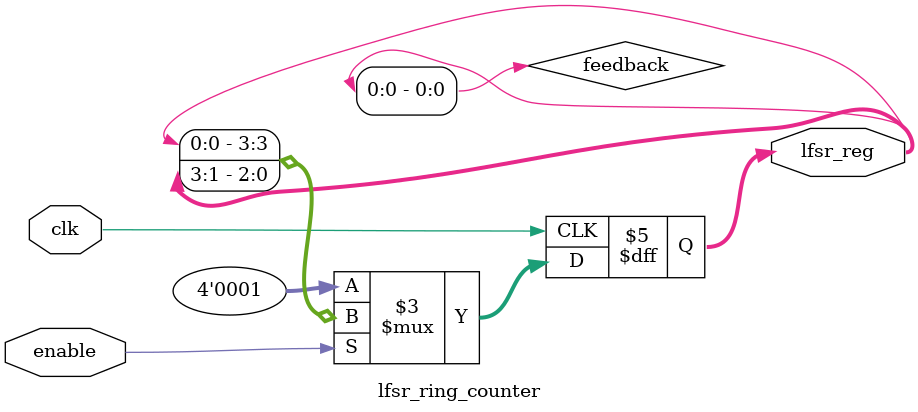
<source format=sv>
module lfsr_ring_counter (
    input clk, enable,
    output reg [3:0] lfsr_reg
);
wire feedback = lfsr_reg[0];
always @(posedge clk) begin
    if (enable) lfsr_reg <= {feedback, lfsr_reg[3:1]};
    else lfsr_reg <= 4'b0001;
end
endmodule

</source>
